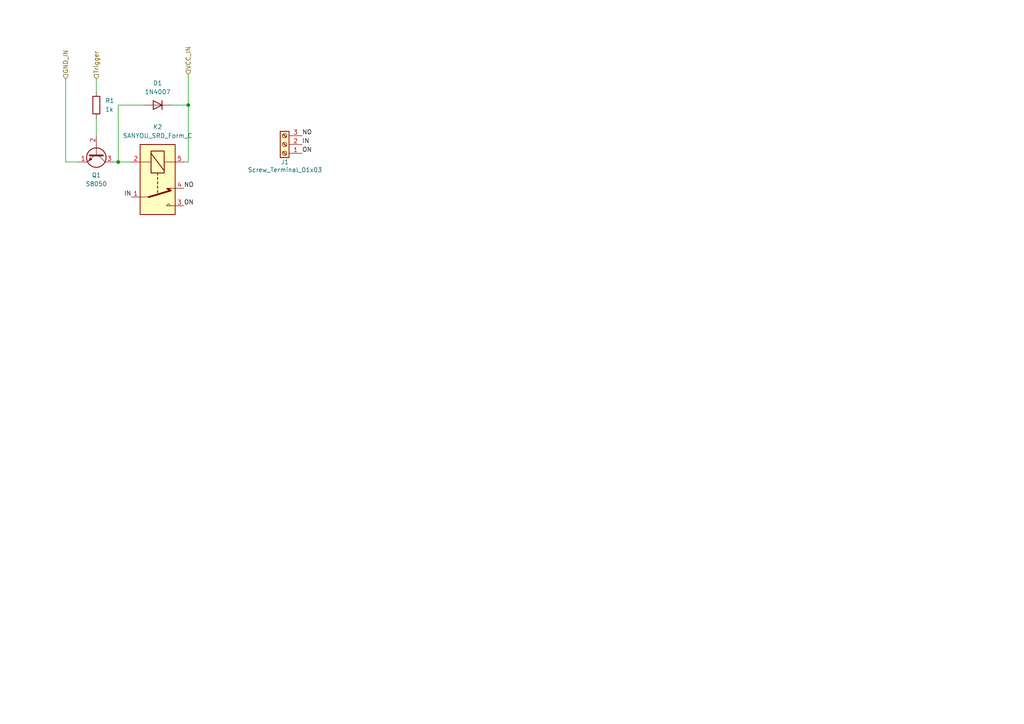
<source format=kicad_sch>
(kicad_sch (version 20250114) (generator "eeschema") (generator_version "9.0")
  (paper "A4")
  (lib_symbols
    (symbol "Connector:Screw_Terminal_01x03" (pin_names (offset 1.016) (hide yes))
      (property "Reference" "J" (at 0 5.08 0))
      (property "Value" "Screw_Terminal_01x03" (at 0 -5.08 0))
      (symbol "Screw_Terminal_01x03_1_1"
        (rectangle (start -1.27 3.81) (end 1.27 -3.81) (stroke (width 0.254)) (fill (type background)))
        (polyline (pts (xy -0.5334 2.8702) (xy 0.3302 2.032)) (stroke (width 0.1524)))
        (polyline (pts (xy -0.5334 0.3302) (xy 0.3302 -0.508)) (stroke (width 0.1524)))
        (polyline (pts (xy -0.5334 -2.2098) (xy 0.3302 -3.048)) (stroke (width 0.1524)))
        (polyline (pts (xy -0.3556 3.048) (xy 0.508 2.2098)) (stroke (width 0.1524)))
        (polyline (pts (xy -0.3556 0.508) (xy 0.508 -0.3302)) (stroke (width 0.1524)))
        (polyline (pts (xy -0.3556 -2.032) (xy 0.508 -2.8702)) (stroke (width 0.1524)))
        (circle (center 0 2.54) (radius 0.635) (stroke (width 0.1524)))
        (circle (center 0 0) (radius 0.635) (stroke (width 0.1524)))
        (circle (center 0 -2.54) (radius 0.635) (stroke (width 0.1524)))
        (pin passive line (at -5.08 2.54 0) (length 3.81) (name "Pin_1") (number "1"))
        (pin passive line (at -5.08 0 0) (length 3.81) (name "Pin_2") (number "2"))
        (pin passive line (at -5.08 -2.54 0) (length 3.81) (name "Pin_3") (number "3"))
      )
    )
    (symbol "Device:D" (pin_numbers (hide yes)) (pin_names (offset 1.016) (hide yes))
      (property "Reference" "D" (at 0 2.54 0))
      (property "Value" "D" (at 0 -2.54 0))
      (symbol "D_0_1"
        (polyline (pts (xy -1.27 1.27) (xy -1.27 -1.27)) (stroke (width 0.254)))
        (polyline (pts (xy 1.27 1.27) (xy 1.27 -1.27) (xy -1.27 0) (xy 1.27 1.27)) (stroke (width 0.254)))
        (polyline (pts (xy 1.27 0) (xy -1.27 0)))
      )
      (symbol "D_1_1"
        (pin passive line (at -3.81 0 0) (length 2.54) (name "K") (number "1"))
        (pin passive line (at 3.81 0 180) (length 2.54) (name "A") (number "2"))
      )
    )
    (symbol "Device:R" (pin_numbers (hide yes)) (pin_names (offset 0))
      (property "Reference" "R" (at 2.032 0 90))
      (property "Value" "R" (at 0 0 90))
      (symbol "R_0_1"
        (rectangle (start -1.016 -2.54) (end 1.016 2.54) (stroke (width 0.254)))
      )
      (symbol "R_1_1"
        (pin passive line (at 0 3.81 270) (length 1.27) (name "~") (number "1"))
        (pin passive line (at 0 -3.81 90) (length 1.27) (name "~") (number "2"))
      )
    )
    (symbol "Relay:SANYOU_SRD_Form_C"
      (property "Reference" "K" (at 11.43 3.81 0))
      (property "Value" "SANYOU_SRD_Form_C" (at 11.43 1.27 0))
      (symbol "SANYOU_SRD_Form_C_0_0"
        (polyline (pts (xy 7.62 5.08) (xy 7.62 2.54) (xy 6.985 3.175) (xy 7.62 3.81)))
      )
      (symbol "SANYOU_SRD_Form_C_0_1"
        (rectangle (start -10.16 5.08) (end 10.16 -5.08) (stroke (width 0.254)) (fill (type background)))
        (rectangle (start -8.255 1.905) (end -1.905 -1.905) (stroke (width 0.254)))
        (polyline (pts (xy -7.62 -1.905) (xy -2.54 1.905)) (stroke (width 0.254)))
        (polyline (pts (xy -5.08 5.08) (xy -5.08 1.905)))
        (polyline (pts (xy -5.08 -5.08) (xy -5.08 -1.905)))
        (polyline (pts (xy -1.905 0) (xy -1.27 0)) (stroke (width 0.254)))
        (polyline (pts (xy -0.635 0) (xy 0 0)) (stroke (width 0.254)))
        (polyline (pts (xy 0.635 0) (xy 1.27 0)) (stroke (width 0.254)))
        (polyline (pts (xy 1.905 0) (xy 2.54 0)) (stroke (width 0.254)))
        (polyline (pts (xy 3.175 0) (xy 3.81 0)) (stroke (width 0.254)))
        (polyline (pts (xy 5.08 -2.54) (xy 3.175 3.81)) (stroke (width 0.508)))
        (polyline (pts (xy 5.08 -2.54) (xy 5.08 -5.08)))
      )
      (symbol "SANYOU_SRD_Form_C_1_1"
        (polyline (pts (xy 2.54 3.81) (xy 3.175 3.175) (xy 2.54 2.54) (xy 2.54 5.08)) (fill (type outline)))
        (pin passive line (at -5.08 7.62 270) (length 2.54) (name "~") (number "5"))
        (pin passive line (at -5.08 -7.62 90) (length 2.54) (name "~") (number "2"))
        (pin passive line (at 2.54 7.62 270) (length 2.54) (name "~") (number "4"))
        (pin passive line (at 5.08 -7.62 90) (length 2.54) (name "~") (number "1"))
        (pin passive line (at 7.62 7.62 270) (length 2.54) (name "~") (number "3"))
      )
    )
    (symbol "Transistor_BJT:S8050" (pin_names (offset 0) (hide yes))
      (property "Reference" "Q" (at 5.08 1.905 0))
      (property "Value" "S8050" (at 5.08 0 0))
      (symbol "S8050_0_1"
        (polyline (pts (xy -2.54 0) (xy 0.635 0)))
        (polyline (pts (xy 0.635 1.905) (xy 0.635 -1.905)) (stroke (width 0.508)))
        (circle (center 1.27 0) (radius 2.8194) (stroke (width 0.254)))
      )
      (symbol "S8050_1_1"
        (polyline (pts (xy 0.635 0.635) (xy 2.54 2.54)))
        (polyline (pts (xy 0.635 -0.635) (xy 2.54 -2.54)))
        (polyline (pts (xy 1.27 -1.778) (xy 1.778 -1.27) (xy 2.286 -2.286) (xy 1.27 -1.778)) (fill (type outline)))
        (pin input line (at -5.08 0 0) (length 2.54) (name "B") (number "2"))
        (pin passive line (at 2.54 5.08 270) (length 2.54) (name "C") (number "3"))
        (pin passive line (at 2.54 -5.08 90) (length 2.54) (name "E") (number "1"))
      )
    )
  )
  (junction (at 34.29 46.99))
  (junction (at 54.61 30.48))
  (wire (pts (xy 34.29 46.99) (xy 38.1 46.99)))
  (wire (pts (xy 34.29 30.48) (xy 34.29 46.99)))
  (wire (pts (xy 53.34 46.99) (xy 54.61 46.99)))
  (wire (pts (xy 19.05 46.99) (xy 22.86 46.99)))
  (wire (pts (xy 19.05 22.86) (xy 19.05 46.99)))
  (wire (pts (xy 54.61 21.59) (xy 54.61 30.48)))
  (wire (pts (xy 41.91 30.48) (xy 34.29 30.48)))
  (wire (pts (xy 54.61 46.99) (xy 54.61 30.48)))
  (wire (pts (xy 33.02 46.99) (xy 34.29 46.99)))
  (wire (pts (xy 27.94 34.29) (xy 27.94 39.37)))
  (wire (pts (xy 49.53 30.48) (xy 54.61 30.48)))
  (wire (pts (xy 27.94 26.67) (xy 27.94 22.86)))
  (label "NO" (at 87.63 39.37 0))
  (label "IN" (at 38.1 57.15 180))
  (label "ON" (at 87.63 44.45 0))
  (label "ON" (at 53.34 59.69 0))
  (label "IN" (at 87.63 41.91 0))
  (label "NO" (at 53.34 54.61 0))
  (hierarchical_label "VCC_IN" (shape input) (at 54.61 21.59 90))
  (hierarchical_label "GND_IN" (shape input) (at 19.05 22.86 90))
  (hierarchical_label "Trigger" (shape input) (at 27.94 22.86 90))
  (symbol (lib_id "Device:R") (at 27.94 30.48 0) (unit 1)
    (property "Reference" "R1" (at 30.48 29.2099 0) (effects (justify left)))
    (property "Value" "1k" (at 30.48 31.7499 0) (effects (justify left)))
    (property "Footprint" "Resistor_THT:R_Axial_DIN0204_L3.6mm_D1.6mm_P7.62mm_Horizontal" (effects (hide yes)))
    (property "Description" "Resistor" (effects (hide yes)))
    (instances (project "gartenbewaesserung" (path "" (reference "R1") (unit 1)) (path "" (reference "R3") (unit 1)) (path "" (reference "R2") (unit 1))))
  )
  (symbol (lib_id "Device:D") (at 45.72 30.48 0) (mirror y) (unit 1)
    (property "Reference" "D1" (at 45.72 24.13 0))
    (property "Value" "1N4007" (at 45.72 26.67 0))
    (property "Footprint" "Diode_THT:D_DO-41_SOD81_P7.62mm_Horizontal" (effects (hide yes)))
    (property "Description" "Diode" (effects (hide yes)))
    (property "Sim.Device" "D" (effects (hide yes)))
    (property "Sim.Pins" "1=K 2=A" (effects (hide yes)))
    (instances (project "gartenbewaesserung" (path "" (reference "D1") (unit 1)) (path "" (reference "D3") (unit 1)) (path "" (reference "D2") (unit 1))))
  )
  (symbol (lib_id "Transistor_BJT:S8050") (at 27.94 44.45 270) (unit 1)
    (property "Reference" "Q1" (at 27.94 50.8 90))
    (property "Value" "S8050" (at 27.94 53.34 90))
    (property "Footprint" "Package_TO_SOT_THT:TO-92_Inline" (effects (hide yes)))
    (property "Datasheet" "http://www.unisonic.com.tw/datasheet/S8050.pdf" (effects (hide yes)))
    (property "Description" "0.7A Ic, 20V Vce, Low Voltage High Current NPN Transistor, TO-92" (effects (hide yes)))
    (instances (project "gartenbewaesserung" (path "" (reference "Q1") (unit 1)) (path "" (reference "Q3") (unit 1)) (path "" (reference "Q2") (unit 1))))
  )
  (symbol (lib_id "Connector:Screw_Terminal_01x03") (at 82.55 41.91 180) (unit 1)
    (property "Reference" "J1" (at 83.8201 46.99 0) (effects (justify left)))
    (property "Value" "Screw_Terminal_01x03" (at 93.472 49.276 0) (effects (justify left)))
    (property "Footprint" "PhoenixContact:MKDSN 1,5_3-5,08" (effects (hide yes)))
    (property "Description" "Generic screw terminal, single row, 01x03, script generated (kicad-library-utils/schlib/autogen/connector/)" (effects (hide yes)))
    (instances (project "gartenbewaesserung" (path "" (reference "J1") (unit 1)) (path "" (reference "J5") (unit 1)) (path "" (reference "J4") (unit 1))))
  )
  (symbol (lib_id "Relay:SANYOU_SRD_Form_C") (at 45.72 52.07 270) (unit 1)
    (property "Reference" "K2" (at 45.72 36.83 90))
    (property "Value" "SANYOU_SRD_Form_C" (at 45.72 39.37 90))
    (property "Footprint" "Relay_THT:Relay_SPDT_SANYOU_SRD_Series_Form_C" (effects (hide yes)))
    (property "Datasheet" "http://www.sanyourelay.ca/public/products/pdf/SRD.pdf" (effects (hide yes)))
    (property "Description" "Sanyo SRD relay, Single Pole Miniature Power Relay," (effects (hide yes)))
    (instances (project "gartenbewaesserung" (path "" (reference "K2") (unit 1)) (path "" (reference "K4") (unit 1)) (path "" (reference "K3") (unit 1))))
  )
)
</source>
